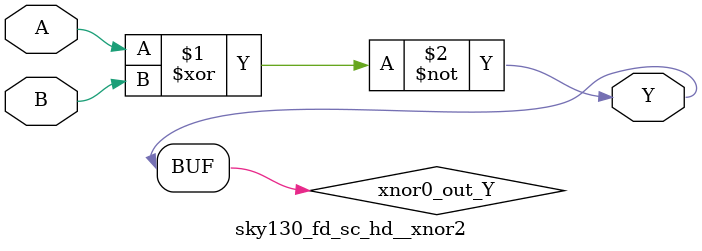
<source format=v>
/*
 * Copyright 2020 The SkyWater PDK Authors
 *
 * Licensed under the Apache License, Version 2.0 (the "License");
 * you may not use this file except in compliance with the License.
 * You may obtain a copy of the License at
 *
 *     https://www.apache.org/licenses/LICENSE-2.0
 *
 * Unless required by applicable law or agreed to in writing, software
 * distributed under the License is distributed on an "AS IS" BASIS,
 * WITHOUT WARRANTIES OR CONDITIONS OF ANY KIND, either express or implied.
 * See the License for the specific language governing permissions and
 * limitations under the License.
 *
 * SPDX-License-Identifier: Apache-2.0
*/


`ifndef SKY130_FD_SC_HD__XNOR2_FUNCTIONAL_V
`define SKY130_FD_SC_HD__XNOR2_FUNCTIONAL_V

/**
 * xnor2: 2-input exclusive NOR.
 *
 *        Y = !(A ^ B)
 *
 * Verilog simulation functional model.
 */

`timescale 1ns / 1ps
`default_nettype none

`celldefine
module sky130_fd_sc_hd__xnor2 (
    Y,
    A,
    B
);

    // Module ports
    output Y;
    input  A;
    input  B;

    // Local signals
    wire xnor0_out_Y;

    //   Name   Output       Other arguments
    xnor xnor0 (xnor0_out_Y, A, B           );
    buf  buf0  (Y          , xnor0_out_Y    );

endmodule
`endcelldefine

`default_nettype wire
`endif  // SKY130_FD_SC_HD__XNOR2_FUNCTIONAL_V
</source>
